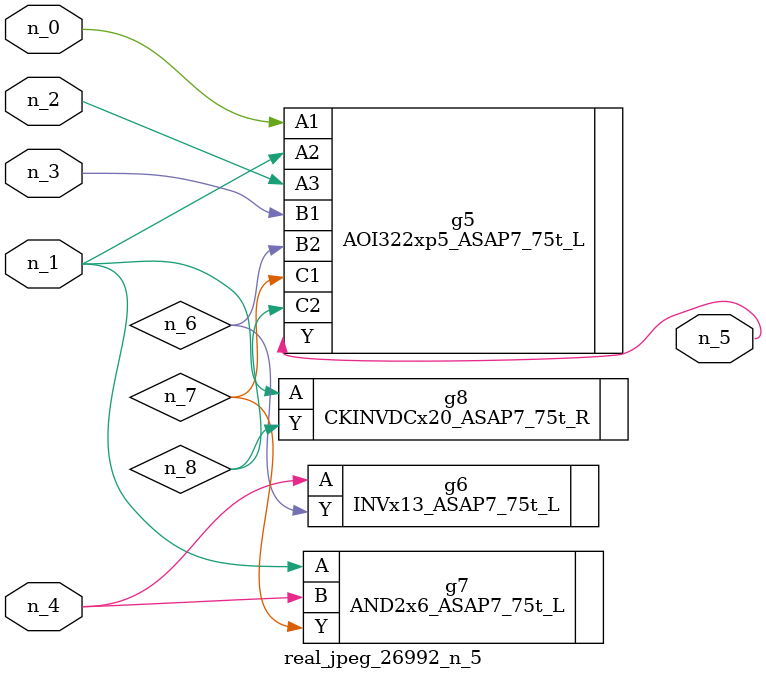
<source format=v>
module real_jpeg_26992_n_5 (n_4, n_0, n_1, n_2, n_3, n_5);

input n_4;
input n_0;
input n_1;
input n_2;
input n_3;

output n_5;

wire n_8;
wire n_6;
wire n_7;

AOI322xp5_ASAP7_75t_L g5 ( 
.A1(n_0),
.A2(n_1),
.A3(n_2),
.B1(n_3),
.B2(n_6),
.C1(n_7),
.C2(n_8),
.Y(n_5)
);

AND2x6_ASAP7_75t_L g7 ( 
.A(n_1),
.B(n_4),
.Y(n_7)
);

CKINVDCx20_ASAP7_75t_R g8 ( 
.A(n_1),
.Y(n_8)
);

INVx13_ASAP7_75t_L g6 ( 
.A(n_4),
.Y(n_6)
);


endmodule
</source>
